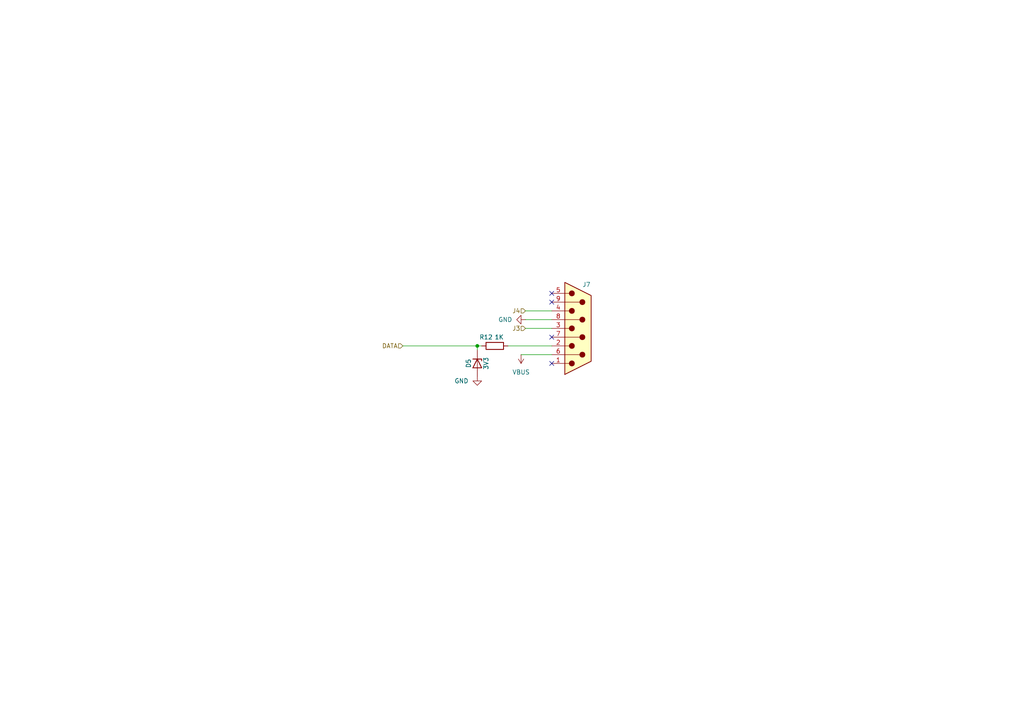
<source format=kicad_sch>
(kicad_sch (version 20250114) (generator "eeschema") (generator_version "9.0")
  (paper "A4")
  (title_block (title "${NAME}") (date "2025-05-01") (rev "${VERSION}") (company "Mikhail Matveev") (comment 1 "https://github.com/xtremespb/frank"))
  (lib_symbols
    (symbol "Device:D_Zener" (pin_numbers (hide yes)) (pin_names (offset 1.016) (hide yes))
      (property "Reference" "D" (at 0 2.54 0))
      (property "Value" "D_Zener" (at 0 -2.54 0))
      (symbol "D_Zener_0_1"
        (polyline (pts (xy -1.27 -1.27) (xy -1.27 1.27) (xy -0.762 1.27)) (stroke (width 0.254)))
        (polyline (pts (xy 1.27 0) (xy -1.27 0)))
        (polyline (pts (xy 1.27 -1.27) (xy 1.27 1.27) (xy -1.27 0) (xy 1.27 -1.27)) (stroke (width 0.254)))
      )
      (symbol "D_Zener_1_1"
        (pin passive line (at -3.81 0 0) (length 2.54) (name "K") (number "1"))
        (pin passive line (at 3.81 0 180) (length 2.54) (name "A") (number "2"))
      )
    )
    (symbol "Device:R" (pin_numbers (hide yes)) (pin_names (offset 0))
      (property "Reference" "R" (at 2.032 0 90))
      (property "Value" "R" (at 0 0 90))
      (symbol "R_0_1"
        (rectangle (start -1.016 -2.54) (end 1.016 2.54) (stroke (width 0.254)))
      )
      (symbol "R_1_1"
        (pin passive line (at 0 3.81 270) (length 1.27) (name "~") (number "1"))
        (pin passive line (at 0 -3.81 90) (length 1.27) (name "~") (number "2"))
      )
    )
    (symbol "FRANK:DB9_Male_Small" (pin_names (offset 1.016) (hide yes))
      (property "Reference" "JOY1" (at 1.27 12.7 0))
      (symbol "DB9_Male_Small_0_1"
        (polyline (pts (xy -3.81 10.16) (xy -2.54 10.16)))
        (polyline (pts (xy -3.81 7.62) (xy 0.508 7.62)))
        (polyline (pts (xy -3.81 5.08) (xy -2.54 5.08)))
        (polyline (pts (xy -3.81 2.54) (xy 0.508 2.54)))
        (polyline (pts (xy -3.81 0) (xy -2.54 0)))
        (polyline (pts (xy -3.81 -2.54) (xy 0.508 -2.54)))
        (polyline (pts (xy -3.81 -5.08) (xy -2.54 -5.08)))
        (polyline (pts (xy -3.81 -7.62) (xy 0.508 -7.62)))
        (polyline (pts (xy -3.81 -10.16) (xy -2.54 -10.16)))
        (polyline (pts (xy -3.81 -13.335) (xy -3.81 13.335) (xy 3.81 9.525) (xy 3.81 -9.525) (xy -3.81 -13.335)) (stroke (width 0.254)) (fill (type background)))
        (circle (center -1.778 10.16) (radius 0.762) (fill (type outline)))
        (circle (center -1.778 5.08) (radius 0.762) (fill (type outline)))
        (circle (center -1.778 0) (radius 0.762) (fill (type outline)))
        (circle (center -1.778 -5.08) (radius 0.762) (fill (type outline)))
        (circle (center -1.778 -10.16) (radius 0.762) (fill (type outline)))
        (circle (center 1.27 7.62) (radius 0.762) (fill (type outline)))
        (circle (center 1.27 2.54) (radius 0.762) (fill (type outline)))
        (circle (center 1.27 -2.54) (radius 0.762) (fill (type outline)))
        (circle (center 1.27 -7.62) (radius 0.762) (fill (type outline)))
      )
      (symbol "DB9_Male_Small_1_1"
        (pin passive line (at -7.62 10.16 0) (length 3.81) (name "5") (number "5"))
        (pin passive line (at -7.62 7.62 0) (length 3.81) (name "9") (number "9"))
        (pin passive line (at -7.62 5.08 0) (length 3.81) (name "4") (number "4"))
        (pin passive line (at -7.62 2.54 0) (length 3.81) (name "8") (number "8"))
        (pin passive line (at -7.62 0 0) (length 3.81) (name "3") (number "3"))
        (pin passive line (at -7.62 -2.54 0) (length 3.81) (name "7") (number "7"))
        (pin passive line (at -7.62 -5.08 0) (length 3.81) (name "2") (number "2"))
        (pin passive line (at -7.62 -7.62 0) (length 3.81) (name "6") (number "6"))
        (pin passive line (at -7.62 -10.16 0) (length 3.81) (name "1") (number "1"))
      )
    )
    (symbol "GND_1" (power) (pin_numbers (hide yes)) (pin_names (offset 0) (hide yes))
      (property "Value" "GND" (at 0 -3.81 0))
      (symbol "GND_1_0_1"
        (polyline (pts (xy 0 0) (xy 0 -1.27) (xy 1.27 -1.27) (xy 0 -2.54) (xy -1.27 -1.27) (xy 0 -1.27)))
      )
      (symbol "GND_1_1_1"
        (pin power_in line (at 0 0 270) (length 0) (name "~") (number "1"))
      )
    )
    (symbol "power:GND" (power) (pin_numbers (hide yes)) (pin_names (offset 0) (hide yes))
      (property "Value" "GND" (at 0 -3.81 0))
      (symbol "GND_0_1"
        (polyline (pts (xy 0 0) (xy 0 -1.27) (xy 1.27 -1.27) (xy 0 -2.54) (xy -1.27 -1.27) (xy 0 -1.27)))
      )
      (symbol "GND_1_1"
        (pin power_in line (at 0 0 270) (length 0) (name "~") (number "1"))
      )
    )
    (symbol "power:VBUS" (power) (pin_numbers (hide yes)) (pin_names (offset 0) (hide yes))
      (property "Value" "VBUS" (at 0 3.556 0))
      (symbol "VBUS_0_1"
        (polyline (pts (xy -0.762 1.27) (xy 0 2.54)))
        (polyline (pts (xy 0 2.54) (xy 0.762 1.27)))
        (polyline (pts (xy 0 0) (xy 0 2.54)))
      )
      (symbol "VBUS_1_1"
        (pin power_in line (at 0 0 90) (length 0) (name "~") (number "1"))
      )
    )
  )
  (junction (at 138.43 100.33))
  (no_connect (at 160.02 87.63))
  (no_connect (at 160.02 85.09))
  (no_connect (at 160.02 97.79))
  (no_connect (at 160.02 105.41))
  (wire (pts (xy 152.4 95.25) (xy 160.02 95.25)))
  (wire (pts (xy 152.4 90.17) (xy 160.02 90.17)))
  (wire (pts (xy 151.13 102.87) (xy 160.02 102.87)))
  (wire (pts (xy 138.43 100.33) (xy 138.43 101.6)))
  (wire (pts (xy 116.84 100.33) (xy 138.43 100.33)))
  (wire (pts (xy 139.7 100.33) (xy 138.43 100.33)))
  (wire (pts (xy 152.4 92.71) (xy 160.02 92.71)))
  (wire (pts (xy 147.32 100.33) (xy 160.02 100.33)))
  (hierarchical_label "J4" (shape input) (at 152.4 90.17 180))
  (hierarchical_label "J3" (shape input) (at 152.4 95.25 180))
  (hierarchical_label "DATA" (shape input) (at 116.84 100.33 180))
  (symbol (lib_id "power:GND") (at 138.43 109.22 0) (unit 1)
    (property "Reference" "#PWR036" (effects (hide yes)))
    (property "Value" "GND" (at 135.89 110.49 0) (effects (justify right)))
    (property "Description" "Power symbol creates a global label with name \"GND\" , ground" (effects (hide yes)))
    (instances (project "" (path "" (reference "#PWR036") (unit 1)) (path "" (reference "#PWR039") (unit 1))))
  )
  (symbol (lib_id "Device:D_Zener") (at 138.43 105.41 270) (unit 1)
    (property "Reference" "D5" (at 135.89 105.41 0))
    (property "Value" "3V3" (at 140.97 105.41 0))
    (property "Footprint" "FRANK:Diode (SOD-323)" (effects (hide yes)))
    (property "Datasheet" "https://www.vishay.com/docs/83335/bzx384g.pdf" (effects (hide yes)))
    (property "AliExpress" "https://www.aliexpress.com/item/1005006143480992.html" (effects (hide yes)))
    (instances (project "" (path "" (reference "D5") (unit 1)) (path "" (reference "D6") (unit 1))))
  )
  (symbol (lib_id "power:VBUS") (at 151.13 102.87 180) (unit 1)
    (property "Reference" "#PWR035" (effects (hide yes)))
    (property "Value" "VBUS" (at 151.13 107.95 0))
    (property "Description" "Power symbol creates a global label with name \"VBUS\"" (effects (hide yes)))
    (instances (project "" (path "" (reference "#PWR035") (unit 1)) (path "" (reference "#PWR038") (unit 1))))
  )
  (symbol (lib_id "FRANK:DB9_Male_Small") (at 167.64 95.25 0) (unit 1)
    (property "Reference" "J7" (at 168.91 82.55 0) (effects (justify left)))
    (property "Value" "D-SUB 9 Male" (effects (hide yes)))
    (property "Footprint" "FRANK:D-SUB (9 pin, male, top mount)" (effects (hide yes)))
    (property "Datasheet" "https://eu.mouser.com/datasheet/2/578/original-3313093.pdf" (effects (hide yes)))
    (property "AliExpress" "https://www.aliexpress.com/item/4001214300548.html" (effects (hide yes)))
    (instances (project "" (path "" (reference "J7") (unit 1)) (path "" (reference "J8") (unit 1))))
  )
  (symbol (lib_name "GND_1") (lib_id "power:GND") (at 152.4 92.71 270) (unit 1)
    (property "Reference" "#PWR034" (effects (hide yes)))
    (property "Value" "GND" (at 148.59 92.7099 90) (effects (justify right)))
    (property "Description" "Power symbol creates a global label with name \"GND\" , ground" (effects (hide yes)))
    (instances (project "" (path "" (reference "#PWR034") (unit 1)) (path "" (reference "#PWR037") (unit 1))))
  )
  (symbol (lib_id "Device:R") (at 143.51 100.33 90) (unit 1)
    (property "Reference" "R12" (at 140.97 97.79 90))
    (property "Value" "1K" (at 144.78 97.79 90))
    (property "Footprint" "FRANK:Resistor (0805)" (effects (hide yes)))
    (property "Datasheet" "https://www.vishay.com/docs/28952/mcs0402at-mct0603at-mcu0805at-mca1206at.pdf" (effects (hide yes)))
    (property "AliExpress" "https://www.aliexpress.com/item/1005005945735199.html" (effects (hide yes)))
    (instances (project "" (path "" (reference "R12") (unit 1)) (path "" (reference "R13") (unit 1))))
  )
)
</source>
